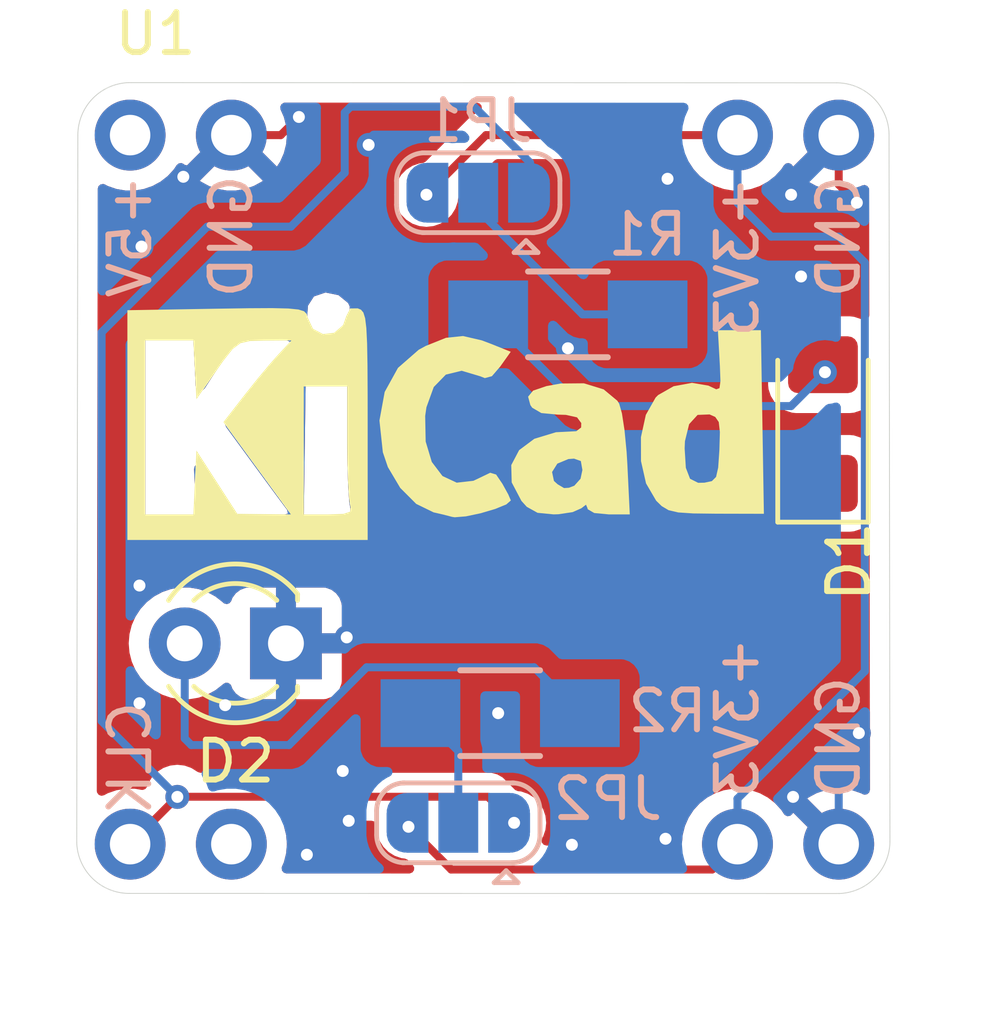
<source format=kicad_pcb>
(kicad_pcb (version 20240108) (generator "pcbnew") (generator_version "8.0")
  (layers (0 "F.Cu" signal) (31 "B.Cu" signal) (34 "B.Paste" user) (35 "F.Paste" user) (36 "B.SilkS" user "B.Silkscreen") (37 "F.SilkS" user "F.Silkscreen") (38 "B.Mask" user) (39 "F.Mask" user) (44 "Edge.Cuts" user))
  (net 0 "")
  (net 1 "GND")
  (net 2 "Net-(D1-A)")
  (net 3 "Net-(D2-A)")
  (net 4 "CLK")
  (net 5 "Net-(JP1-C)")
  (net 6 "+3.3V")
  (net 7 "Net-(JP2-C)")
  (net 8 "V_BATT")
  (footprint "minibadge_kicad:SAINTCON-Minibadge-minimal" (layer "F.Cu") (at 139.195 87.335)
    (property "Reference" "U1" (at 1.905 -1.27 0) (layer "F.SilkS"))
    (property "Value" "SAINTCON-Simple")
    (fp_line (start -0.041198 1.27) (end -0.069459 19.008881) (stroke (width 0.02297)) (layer "Edge.Cuts"))
    (fp_line (start 1.246882 20.284998) (end 19.059681 20.287859) (stroke (width 0.02297)) (layer "Edge.Cuts"))
    (fp_line (start 18.996918 -0.041198) (end 1.234919 -0.046341) (stroke (width 0.02297)) (layer "Edge.Cuts"))
    (fp_line (start 20.335798 18.971518) (end 20.313259 1.234919) (stroke (width 0.02297)) (layer "Edge.Cuts"))
    (fp_arc (start -0.041198 1.27) (mid 0.330199 0.353317) (end 1.234919 -0.046341) (stroke (width 0.02297)) (layer "Edge.Cuts"))
    (fp_arc (start 1.246882 20.284998) (mid 0.3302 19.9136) (end -0.069459 19.008881) (stroke (width 0.02297)) (layer "Edge.Cuts"))
    (fp_arc (start 18.996918 -0.041198) (mid 19.913597 0.330205) (end 20.313259 1.234919) (stroke (width 0.02297)) (layer "Edge.Cuts"))
    (fp_arc (start 20.335798 18.971518) (mid 19.964395 19.888197) (end 19.059681 20.287859) (stroke (width 0.02297)) (layer "Edge.Cuts"))
    (fp_text user "GND" (at 19.05 16.383 -90) (layer "B.SilkS") (effects (justify mirror)))
    (fp_text user "GND" (at 3.81 3.81 -90) (layer "B.SilkS") (effects (justify mirror)))
    (fp_text user "CLK" (at 1.27 16.891 -90) (layer "B.SilkS") (effects (justify mirror)))
    (fp_text user "+5V" (at 1.27 3.81 -90) (layer "B.SilkS") (effects (justify mirror)))
    (fp_text user "+3V3" (at 16.51 15.875 -90) (layer "B.SilkS") (effects (justify mirror)))
    (fp_text user "GND" (at 19.05 3.81 -90) (layer "B.SilkS") (effects (justify mirror)))
    (fp_text user "+3V3" (at 16.51 4.318 -90) (layer "B.SilkS") (effects (justify mirror)))
    (pad "1" thru_hole circle (at 1.27 1.27 90) (size 1.778 1.778) (drill 1.016) (layers "*.Cu" "*.Mask") (net 8 "V_BATT"))
    (pad "2" thru_hole circle (at 3.81 1.27 90) (size 1.778 1.778) (drill 1.016) (layers "*.Cu" "*.Mask") (net 1 "GND"))
    (pad "7" thru_hole circle (at 16.51 1.27 90) (size 1.778 1.778) (drill 1.016) (layers "*.Cu" "*.Mask") (net 6 "+3.3V"))
    (pad "8" thru_hole circle (at 19.05 1.27 90) (size 1.778 1.778) (drill 1.016) (layers "*.Cu" "*.Mask") (net 1 "GND"))
    (pad "9" thru_hole circle (at 1.27 19.05 90) (size 1.778 1.778) (drill 1.016) (layers "*.Cu" "*.Mask") (net 4 "CLK"))
    (pad "10" thru_hole circle (at 3.81 19.05 90) (size 1.778 1.778) (drill 1.016) (layers "*.Cu" "*.Mask"))
    (pad "15" thru_hole circle (at 16.51 19.05 90) (size 1.778 1.778) (drill 1.016) (layers "*.Cu" "*.Mask") (net 6 "+3.3V"))
    (pad "16" thru_hole circle (at 19.05 19.05 90) (size 1.778 1.778) (drill 1.016) (layers "*.Cu" "*.Mask") (net 1 "GND"))
  )
  (footprint "LED_THT:LED_D3.0mm" (layer "F.Cu") (at 144.375001 101.350001 180)
    (property "Reference" "D2" (at 1.269998 -2.959998 0) (layer "F.SilkS"))
    (property "Value" "LED" (hide yes))
    (fp_line (start -0.29 1.08) (end -0.289998 1.236) (stroke (width 0.12)) (layer "F.SilkS"))
    (fp_line (start -0.290002 -1.236) (end -0.29 -1.08) (stroke (width 0.12)) (layer "F.SilkS"))
    (fp_arc (start 2.942334 1.078606) (mid 1.366488 1.987657) (end -0.29 1.235516) (stroke (width 0.12)) (layer "F.SilkS"))
    (fp_arc (start 2.31113 1.079837) (mid 1.270118 1.499999) (end 0.229039 1.08) (stroke (width 0.12)) (layer "F.SilkS"))
    (fp_arc (start 0.229038 -1.08) (mid 1.270117 -1.500001) (end 2.31113 -1.079837) (stroke (width 0.12)) (layer "F.SilkS"))
    (fp_arc (start -0.29 -1.235516) (mid 1.366488 -1.98766) (end 2.942336 -1.078609) (stroke (width 0.12)) (layer "F.SilkS"))
    (pad "1" thru_hole rect (at 0 0 180) (size 1.8 1.8) (drill 0.9) (layers "*.Cu" "*.Mask") (net 1 "GND"))
    (pad "2" thru_hole circle (at 2.540003 0.000001 180) (size 1.8 1.8) (drill 0.9) (layers "*.Cu" "*.Mask") (net 3 "Net-(D2-A)"))
  )
  (footprint "LED_SMD:LED_1206_3216Metric_Pad1.42x1.75mm_HandSolder" (layer "F.Cu") (at 157.85 95.85 90)
    (property "Reference" "D1" (at -3.45 0.65 90) (layer "F.SilkS"))
    (property "Value" "LED" (hide yes))
    (fp_line (start 1.6 -1.135) (end -2.459999 -1.135) (stroke (width 0.12)) (layer "F.SilkS"))
    (fp_line (start -2.459999 -1.135) (end -2.46 1.135) (stroke (width 0.12)) (layer "F.SilkS"))
    (fp_line (start -2.46 1.135) (end 1.600001 1.134998) (stroke (width 0.12)) (layer "F.SilkS"))
    (pad "1" smd roundrect (at -1.4875 -0.000001 90) (size 1.425 1.75) (layers "F.Cu" "F.Paste" "F.Mask") (roundrect_rratio 0.175439) (net 1 "GND"))
    (pad "2" smd roundrect (at 1.4875 0.000001 90) (size 1.425 1.75) (layers "F.Cu" "F.Paste" "F.Mask") (roundrect_rratio 0.175439) (net 2 "Net-(D1-A)"))
  )
  (footprint "CustomSilkScreen:KiCad_Silk_mb" (layer "F.Cu") (at 148.35 95.55)
    (property "Reference" "G***" (hide yes))
    (property "Value" "LOGO" (hide yes))
    (fp_poly (pts (xy 0.937785 -1.798463) (xy 1.151029 -1.718257) (xy 1.665835 -1.512272) (xy 1.401538 -1.141101) (xy 1.19279 -0.899203) (xy 1.015526 -0.851877) (xy 0.897761 -0.898096) (xy 0.434109 -1.035945) (xy 0.037355 -0.939473) (xy -0.266191 -0.627697) (xy -0.450219 -0.119629) (xy -0.481288 0.098575) (xy -0.468957 0.738507) (xy -0.315721 1.249662) (xy -0.047471 1.603244) (xy 0.309897 1.770459) (xy 0.730492 1.722511) (xy 0.904817 1.639993) (xy 1.15 1.521528) (xy 1.298662 1.566143) (xy 1.457229 1.799993) (xy 1.602637 2.063114) (xy 1.667458 2.213956) (xy 1.667677 2.217109) (xy 1.555037 2.315561) (xy 1.273447 2.430406) (xy 0.907399 2.53813) (xy 0.541383 2.615217) (xy 0.259892 2.638151) (xy 0.192424 2.627701) (xy -0.022504 2.5719) (xy -0.271632 2.51456) (xy -0.70632 2.303055) (xy -1.107031 1.902598) (xy -1.417497 1.379832) (xy -1.543807 1.007868) (xy -1.628777 0.212077) (xy -1.497647 -0.504684) (xy -1.164282 -1.108059) (xy -0.642543 -1.563697) (xy -0.467792 -1.658574) (xy 0.039328 -1.861884) (xy 0.467881 -1.907039)) (fill solid) (layer "F.SilkS"))
    (fp_poly (pts (xy 7.402737 -2.052759) (xy 7.942343 -2.052525) (xy 7.98001 0.249163) (xy 8.017677 2.55085) (xy 6.815647 2.548232) (xy 6.24459 2.541924) (xy 5.868331 2.51708) (xy 5.625154 2.460318) (xy 5.453341 2.358257) (xy 5.31435 2.222698) (xy 5.060674 1.789167) (xy 4.933957 1.230019) (xy 4.933258 0.912007) (xy 6.029293 0.912007) (xy 6.059373 1.398174) (xy 6.164753 1.672433) (xy 6.368145 1.773993) (xy 6.526741 1.770829) (xy 6.71248 1.731372) (xy 6.817782 1.625922) (xy 6.870821 1.391982) (xy 6.899772 0.967058) (xy 6.901051 0.940552) (xy 6.913431 0.500476) (xy 6.884847 0.249768) (xy 6.796762 0.122213) (xy 6.65426 0.058922) (xy 6.354213 0.071107) (xy 6.141758 0.303501) (xy 6.036888 0.728812) (xy 6.029293 0.912007) (xy 4.933258 0.912007) (xy 4.932636 0.629091) (xy 5.055152 0.070219) (xy 5.299943 -0.362759) (xy 5.363684 -0.427094) (xy 5.752021 -0.647617) (xy 6.213874 -0.732922) (xy 6.627288 -0.662767) (xy 6.666979 -0.643409) (xy 6.822559 -0.571306) (xy 6.903327 -0.600128) (xy 6.927628 -0.777905) (xy 6.913809 -1.152667) (xy 6.907146 -1.272156) (xy 6.863131 -2.052992)) (fill solid) (layer "F.SilkS"))
    (fp_poly (pts (xy 3.99679 -0.569401) (xy 4.340336 -0.284125) (xy 4.387522 -0.208159) (xy 4.456198 0.033768) (xy 4.521272 0.460294) (xy 4.573076 0.999525) (xy 4.592195 1.313641) (xy 4.652484 2.565657) (xy 4.122201 2.565657) (xy 3.76018 2.531166) (xy 3.596791 2.436425) (xy 3.591919 2.411718) (xy 3.554055 2.322468) (xy 3.43798 2.411718) (xy 3.219908 2.508478) (xy 2.863704 2.561945) (xy 2.741735 2.565657) (xy 2.33803 2.526282) (xy 2.067811 2.376008) (xy 1.933553 2.22765) (xy 1.689617 1.763994) (xy 1.682834 1.503574) (xy 2.702651 1.503574) (xy 2.749534 1.726679) (xy 2.841671 1.810695) (xy 3.003254 1.905801) (xy 3.12546 1.897795) (xy 3.26072 1.846377) (xy 3.416915 1.671768) (xy 3.463636 1.453007) (xy 3.424357 1.228001) (xy 3.254144 1.167663) (xy 3.111955 1.178096) (xy 2.83537 1.292831) (xy 2.702651 1.503574) (xy 1.682834 1.503574) (xy 1.678301 1.32954) (xy 1.875662 0.954689) (xy 2.257756 0.669841) (xy 2.800641 0.505394) (xy 3.310165 0.479816) (xy 3.431963 0.386516) (xy 3.435202 0.27553) (xy 3.328767 0.132241) (xy 3.04992 0.070446) (xy 2.842888 0.064142) (xy 2.433186 0.024679) (xy 2.203816 -0.109143) (xy 2.157725 -0.17563) (xy 2.101048 -0.385781) (xy 2.226431 -0.537863) (xy 2.561715 -0.651631) (xy 2.920202 -0.716643) (xy 3.500942 -0.72136)) (fill solid) (layer "F.SilkS"))
    (fp_poly (pts (xy -3.91457 -2.597275) (xy -3.660657 -2.571806) (xy -3.519774 -2.527325) (xy -3.456054 -2.460593) (xy -3.436124 -2.386333) (xy -3.295451 -2.088642) (xy -3.043648 -1.956788) (xy -2.764021 -1.989216) (xy -2.539875 -2.184368) (xy -2.46234 -2.404536) (xy -2.362006 -2.598999) (xy -2.173703 -2.600968) (xy -2.092917 -2.567962) (xy -2.031732 -2.495494) (xy -1.987434 -2.351613) (xy -1.95731 -2.104367) (xy -1.938645 -1.721806) (xy -1.928725 -1.171977) (xy -1.924836 -0.422929) (xy -1.924243 0.335669) (xy -1.924243 3.207071) (xy -4.938889 3.207071) (xy -7.953535 3.207071) (xy -7.953535 0.384849) (xy -7.504546 0.384849) (xy -7.504546 2.565657) (xy -6.901323 2.565657) (xy -6.298101 2.565657) (xy -6.259909 1.763889) (xy -6.221717 0.962122) (xy -5.708586 1.756754) (xy -5.195455 2.551387) (xy -4.523721 2.558522) (xy -3.851986 2.565657) (xy -4.697893 1.408802) (xy -5.024511 0.962122) (xy -3.527778 0.962122) (xy -3.527778 2.565657) (xy -2.90471 2.565657) (xy -2.532291 2.551876) (xy -2.364847 2.497952) (xy -2.35167 2.385012) (xy -2.359508 2.362741) (xy -2.39138 2.156241) (xy -2.416943 1.755689) (xy -2.433162 1.22358) (xy -2.437374 0.759205) (xy -2.437374 -0.641414) (xy -2.982576 -0.641414) (xy -3.527778 -0.641414) (xy -3.527778 0.962122) (xy -5.024511 0.962122) (xy -5.543799 0.251947) (xy -5.022331 -0.419228) (xy -4.691055 -0.834059) (xy -4.367283 -1.220848) (xy -4.169483 -1.443181) (xy -3.838102 -1.795959) (xy -4.516778 -1.791092) (xy -4.877076 -1.780872) (xy -5.117474 -1.72576) (xy -5.312714 -1.579497) (xy -5.537535 -1.295826) (xy -5.708586 -1.053466) (xy -6.221717 -0.320707) (xy -6.26019 -1.058333) (xy -6.298662 -1.795959) (xy -6.901604 -1.795959) (xy -7.504546 -1.795959) (xy -7.504546 0.384849) (xy -7.953535 0.384849) (xy -7.953535 0.326427) (xy -7.953535 -2.554216) (xy -5.713144 -2.592007) (xy -4.904947 -2.604135) (xy -4.317377 -2.606971)) (fill solid) (layer "F.SilkS"))
  )
  (footprint "CustomSilkScreen:BW_herushan_Normal_tinyMask" (layer "F.Cu") (at 157.4 101.1)
    (property "Reference" "G***" (hide yes))
    (property "Value" "LOGO" (hide yes))
  )
  (footprint "CustomSilkScreen:KiCad_SolderMask_Negative" (layer "F.Cu") (at 148.35 95.6)
    (property "Reference" "G***" (hide yes))
    (property "Value" "LOGO" (hide yes))
    (zone (net 0) (net_name "") (layers "*.Cu" "*.Adhes" "*.Paste" "*.SilkS" "*.Mask") (connect_pads (clearance 0)) (min_thickness 0.25)
      (keepout (tracks not_allowed) (vias not_allowed) (pads not_allowed) (copperpour not_allowed) (footprints not_allowed))
      (fill (thermal_gap 0.5) (thermal_bridge_width 0.5))
      (polygon (pts (xy 145.692786 92.617901) (xy 145.934983 92.815847) (xy 145.975324 92.901514) (xy 145.98128 93.246773) (xy 145.812324 93.51682) (xy 145.538109 93.665445) (xy 145.228284 93.646442) (xy 145.040303 93.521819) (xy 144.901342 93.226887) (xy 144.928137 92.881478) (xy 145.077122 92.650878) (xy 145.367051 92.551811)))
    )
    (zone (net 0) (net_name "") (layers "*.Cu" "*.Adhes" "*.Paste" "*.SilkS" "*.Mask") (connect_pads (clearance 0)) (min_thickness 0.25)
      (keepout (tracks not_allowed) (vias not_allowed) (pads not_allowed) (copperpour not_allowed) (footprints not_allowed))
      (fill (thermal_gap 0.5) (thermal_bridge_width 0.5))
      (polygon (pts (xy 145.912626 96.287688) (xy 145.919157 96.893229) (xy 145.936877 97.416) (xy 145.962977 97.795568) (xy 145.990492 97.962741) (xy 145.995379 98.085751) (xy 145.853307 98.147028) (xy 145.513572 98.165445) (xy 145.44529 98.165678) (xy 144.822222 98.165698) (xy 144.845508 96.530072) (xy 144.868793 94.894445) (xy 145.39071 94.854998) (xy 145.912626 94.815551)))
    )
    (zone (net 0) (net_name "") (layers "*.Cu" "*.Adhes" "*.Paste" "*.SilkS" "*.Mask" "*.CrtYd" "Dwgs.User" "Cmts.User" "Eco1.User" "Eco2.User" "Edge.Cuts" "Margin") (connect_pads (clearance 0)) (min_thickness 0.25)
      (keepout (tracks not_allowed) (vias not_allowed) (pads not_allowed) (copperpour not_allowed) (footprints not_allowed))
      (fill (thermal_gap 0.5) (thermal_bridge_width 0.5))
      (polygon (pts (xy 141.448677 93.675688) (xy 142.051899 93.675758) (xy 142.090091 94.477526) (xy 142.128283 95.279293) (xy 142.641414 94.48466) (xy 143.154545 93.690028) (xy 143.82803 93.682893) (xy 144.27067 93.703031) (xy 144.472543 93.781322) (xy 144.444659 93.926568) (xy 144.304811 94.064158) (xy 144.133979 94.23905) (xy 143.859121 94.554874) (xy 143.533572 94.949923) (xy 143.463035 95.038081) (xy 142.817963 95.848755) (xy 143.549528 96.846852) (xy 143.879615 97.296058) (xy 144.161293 97.677299) (xy 144.354045 97.935832) (xy 144.407012 98.005303) (xy 144.422222 98.09567) (xy 144.265396 98.145864) (xy 143.900022 98.164762) (xy 143.747526 98.165657) (xy 143.275646 98.147116) (xy 143.025255 98.086775) (xy 142.962121 97.995813) (xy 142.89114 97.807007) (xy 142.707071 97.490817) (xy 142.505204 97.194046) (xy 142.048288 96.562122) (xy 142.088285 97.364123) (xy 142.128283 98.166124) (xy 141.486869 98.165792) (xy 140.845454 98.16546) (xy 140.845454 95.920539) (xy 140.845454 93.675618)))
    )
  )
  (footprint "Resistors_SMD:R_1206_HandSoldering" (layer "B.Cu") (at 151.45 93.1 180)
    (property "Reference" "R1" (at -2 2 0) (layer "B.SilkS") (effects (justify mirror)))
    (property "Value" "RESISTOR1206" (hide yes))
    (fp_line (start 1 1.075) (end -1 1.075) (stroke (width 0.15)) (layer "B.SilkS"))
    (fp_line (start -1 -1.075) (end 1 -1.075) (stroke (width 0.15)) (layer "B.SilkS"))
    (pad "1" smd rect (at -2 0 180) (size 2 1.7) (layers "B.Cu" "B.Paste" "B.Mask") (net 5 "Net-(JP1-C)"))
    (pad "2" smd rect (at 2 0 180) (size 2 1.7) (layers "B.Cu" "B.Paste" "B.Mask") (net 2 "Net-(D1-A)"))
  )
  (footprint "Resistors_SMD:R_1206_HandSoldering" (layer "B.Cu") (at 149.75 103.1)
    (property "Reference" "R2" (at 4.2 -0.05 0) (layer "B.SilkS") (effects (justify mirror)))
    (property "Value" "RESISTOR1206" (hide yes))
    (fp_line (start -1 -1.075) (end 1 -1.075) (stroke (width 0.15)) (layer "B.SilkS"))
    (fp_line (start 1 1.075) (end -1 1.075) (stroke (width 0.15)) (layer "B.SilkS"))
    (pad "1" smd rect (at -2 0) (size 2 1.7) (layers "B.Cu" "B.Paste" "B.Mask") (net 7 "Net-(JP2-C)"))
    (pad "2" smd rect (at 2 0) (size 2 1.7) (layers "B.Cu" "B.Paste" "B.Mask") (net 3 "Net-(D2-A)"))
  )
  (footprint "Jumper:SolderJumper-3_P1.3mm_Open_RoundedPad1.0x1.5mm" (layer "B.Cu") (at 149.2 90.05 180)
    (property "Reference" "JP1" (at 0 1.8 0) (layer "B.SilkS") (effects (justify mirror)))
    (property "Value" "SolderJumper_3_Open" (hide yes))
    (fp_line (start 2.05 -0.3) (end 2.05 0.3) (stroke (width 0.12)) (layer "B.SilkS"))
    (fp_line (start 1.4 1) (end -1.4 1) (stroke (width 0.12)) (layer "B.SilkS"))
    (fp_line (start -0.9 -1.5) (end -1.2 -1.2) (stroke (width 0.12)) (layer "B.SilkS"))
    (fp_line (start -0.9 -1.5) (end -1.5 -1.5) (stroke (width 0.12)) (layer "B.SilkS"))
    (fp_line (start -1.4 -1) (end 1.4 -1) (stroke (width 0.12)) (layer "B.SilkS"))
    (fp_line (start -1.5 -1.5) (end -1.2 -1.2) (stroke (width 0.12)) (layer "B.SilkS"))
    (fp_line (start -2.05 0.3) (end -2.05 -0.3) (stroke (width 0.12)) (layer "B.SilkS"))
    (fp_arc (start 2.05 0.3) (mid 1.844975 0.794975) (end 1.35 1) (stroke (width 0.12)) (layer "B.SilkS"))
    (fp_arc (start 1.35 -1) (mid 1.844975 -0.794975) (end 2.05 -0.3) (stroke (width 0.12)) (layer "B.SilkS"))
    (fp_arc (start -1.35 1) (mid -1.844975 0.794975) (end -2.05 0.3) (stroke (width 0.12)) (layer "B.SilkS"))
    (fp_arc (start -2.05 -0.3) (mid -1.844975 -0.794975) (end -1.35 -1) (stroke (width 0.12)) (layer "B.SilkS"))
    (pad "1" smd custom (at -1.3 0 180) (size 1 0.5) (layers "B.Cu" "B.Mask") (net 4 "CLK") (options (clearance outline) (anchor rect)) (primitives (gr_circle (center 0 -0.25) (end 0.5 -0.25) (width 0) (fill yes)) (gr_circle (center 0 0.25) (end 0.5 0.25) (width 0) (fill yes)) (gr_poly (pts (xy 0.55 -0.75) (xy 0 -0.75) (xy 0 0.75) (xy 0.55 0.75)) (width 0) (fill yes))))
    (pad "2" smd rect (at 0 0 180) (size 1 1.5) (layers "B.Cu" "B.Mask") (net 5 "Net-(JP1-C)"))
    (pad "3" smd custom (at 1.3 0 180) (size 1 0.5) (layers "B.Cu" "B.Mask") (net 6 "+3.3V") (options (clearance outline) (anchor rect)) (primitives (gr_circle (center 0 -0.25) (end 0.5 -0.25) (width 0) (fill yes)) (gr_circle (center 0 0.25) (end 0.5 0.25) (width 0) (fill yes)) (gr_poly (pts (xy 0 -0.75) (xy -0.55 -0.75) (xy -0.55 0.75) (xy 0 0.75)) (width 0) (fill yes))))
  )
  (footprint "Jumper:SolderJumper-3_P1.3mm_Open_RoundedPad1.0x1.5mm" (layer "B.Cu") (at 148.7 105.85 180)
    (property "Reference" "JP2" (at -3.75 0.6 0) (layer "B.SilkS") (effects (justify mirror)))
    (property "Value" "SolderJumper_3_Open" (hide yes))
    (fp_line (start 2.05 -0.3) (end 2.05 0.3) (stroke (width 0.12)) (layer "B.SilkS"))
    (fp_line (start 1.4 1) (end -1.4 1) (stroke (width 0.12)) (layer "B.SilkS"))
    (fp_line (start -0.9 -1.5) (end -1.2 -1.2) (stroke (width 0.12)) (layer "B.SilkS"))
    (fp_line (start -0.9 -1.5) (end -1.5 -1.5) (stroke (width 0.12)) (layer "B.SilkS"))
    (fp_line (start -1.4 -1) (end 1.4 -1) (stroke (width 0.12)) (layer "B.SilkS"))
    (fp_line (start -1.5 -1.5) (end -1.2 -1.2) (stroke (width 0.12)) (layer "B.SilkS"))
    (fp_line (start -2.05 0.3) (end -2.05 -0.3) (stroke (width 0.12)) (layer "B.SilkS"))
    (fp_arc (start 2.05 0.3) (mid 1.844975 0.794975) (end 1.35 1) (stroke (width 0.12)) (layer "B.SilkS"))
    (fp_arc (start 1.35 -1) (mid 1.844975 -0.794975) (end 2.05 -0.3) (stroke (width 0.12)) (layer "B.SilkS"))
    (fp_arc (start -1.35 1) (mid -1.844975 0.794975) (end -2.05 0.3) (stroke (width 0.12)) (layer "B.SilkS"))
    (fp_arc (start -2.05 -0.3) (mid -1.844975 -0.794975) (end -1.35 -1) (stroke (width 0.12)) (layer "B.SilkS"))
    (pad "1" smd custom (at -1.3 0 180) (size 1 0.5) (layers "B.Cu" "B.Mask") (net 4 "CLK") (options (clearance outline) (anchor rect)) (primitives (gr_circle (center 0 -0.25) (end 0.5 -0.25) (width 0) (fill yes)) (gr_circle (center 0 0.25) (end 0.5 0.25) (width 0) (fill yes)) (gr_poly (pts (xy 0.55 -0.75) (xy 0 -0.75) (xy 0 0.75) (xy 0.55 0.75)) (width 0) (fill yes))))
    (pad "2" smd rect (at 0 0 180) (size 1 1.5) (layers "B.Cu" "B.Mask") (net 7 "Net-(JP2-C)"))
    (pad "3" smd custom (at 1.3 0 180) (size 1 0.5) (layers "B.Cu" "B.Mask") (net 6 "+3.3V") (options (clearance outline) (anchor rect)) (primitives (gr_circle (center 0 -0.25) (end 0.5 -0.25) (width 0) (fill yes)) (gr_circle (center 0 0.25) (end 0.5 0.25) (width 0) (fill yes)) (gr_poly (pts (xy 0 -0.75) (xy -0.55 -0.75) (xy -0.55 0.75) (xy 0 0.75)) (width 0) (fill yes))))
  )
  (segment (start 143.005 88.605) (end 144.245 88.605) (width 0.2) (layer "F.Cu") (net 1))
  (segment (start 158.245 88.605) (end 158.245 89.845) (width 0.2) (layer "F.Cu") (net 1))
  (segment (start 158.245 89.845) (end 158.7 90.3) (width 0.2) (layer "F.Cu") (net 1))
  (segment (start 144.245 88.605) (end 144.7 88.15) (width 0.2) (layer "F.Cu") (net 1))
  (via (at 151.55 106.4) (size 0.6) (drill 0.3) (layers "F.Cu" "B.Cu") (net 1))
  (via (at 144.9 106.65) (size 0.6) (drill 0.3) (layers "F.Cu" "B.Cu") (net 1))
  (via (at 146.45 88.85) (size 0.6) (drill 0.3) (layers "F.Cu" "B.Cu") (net 1))
  (via (at 145.9 101.2) (size 0.6) (drill 0.3) (layers "F.Cu" "B.Cu") (net 1))
  (via (at 144.7 88.15) (size 0.6) (drill 0.3) (layers "F.Cu" "B.Cu") (net 1))
  (via (at 140.75 91.4) (size 0.6) (drill 0.3) (layers "F.Cu" "B.Cu") (net 1))
  (via (at 140.7 102.85) (size 0.6) (drill 0.3) (layers "F.Cu" "B.Cu") (net 1))
  (via (at 157.3 92.15) (size 0.6) (drill 0.3) (layers "F.Cu" "B.Cu") (net 1))
  (via (at 157.1 105.2) (size 0.6) (drill 0.3) (layers "F.Cu" "B.Cu") (net 1))
  (via (at 149.7 103.1) (size 0.6) (drill 0.3) (layers "F.Cu" "B.Cu") (net 1))
  (via (at 142.85 102.9) (size 0.6) (drill 0.3) (layers "F.Cu" "B.Cu") (net 1))
  (via (at 153.95 89.7) (size 0.6) (drill 0.3) (layers "F.Cu" "B.Cu") (net 1))
  (via (at 140.7 99.9) (size 0.6) (drill 0.3) (layers "F.Cu" "B.Cu") (net 1))
  (via (at 141.8 89.65) (size 0.6) (drill 0.3) (layers "F.Cu" "B.Cu") (net 1))
  (via (at 153.9 106.25) (size 0.6) (drill 0.3) (layers "F.Cu" "B.Cu") (net 1))
  (via (at 145.8 104.55) (size 0.6) (drill 0.3) (layers "F.Cu" "B.Cu") (net 1))
  (via (at 145.95 105.8) (size 0.6) (drill 0.3) (layers "F.Cu" "B.Cu") (net 1))
  (via (at 158.75 103.6) (size 0.6) (drill 0.3) (layers "F.Cu" "B.Cu") (net 1))
  (via (at 158.7 90.3) (size 0.6) (drill 0.3) (layers "F.Cu" "B.Cu") (net 1))
  (via (at 157.05 90.1) (size 0.6) (drill 0.3) (layers "F.Cu" "B.Cu") (net 1))
  (via (at 151.45 93.95) (size 0.6) (drill 0.3) (layers "F.Cu" "B.Cu") (net 1))
  (segment (start 158.75 103.6) (end 158.245 104.105) (width 0.2) (layer "B.Cu") (net 1))
  (segment (start 158.245 88.605) (end 158.245 88.905) (width 0.2) (layer "B.Cu") (net 1))
  (segment (start 144.001561 101.951561) (end 145.151561 101.951561) (width 0.2) (layer "B.Cu") (net 1))
  (segment (start 145.9 101.203122) (end 145.9 101.2) (width 0.2) (layer "B.Cu") (net 1))
  (segment (start 158.245 104.105) (end 158.245 106.385) (width 0.2) (layer "B.Cu") (net 1))
  (segment (start 158.245 88.905) (end 157.05 90.1) (width 0.2) (layer "B.Cu") (net 1))
  (segment (start 143.005 88.605) (end 142.845 88.605) (width 0.2) (layer "B.Cu") (net 1))
  (segment (start 144.525002 101.2) (end 144.375001 101.350001) (width 0.2) (layer "B.Cu") (net 1))
  (segment (start 142.845 88.605) (end 141.8 89.65) (width 0.2) (layer "B.Cu") (net 1))
  (segment (start 145.9 101.2) (end 144.525002 101.2) (width 0.2) (layer "B.Cu") (net 1))
  (via (at 157.9 94.55) (size 0.6) (drill 0.3) (layers "F.Cu" "B.Cu") (net 2))
  (segment (start 151.75 95.4) (end 157.05 95.4) (width 0.2) (layer "B.Cu") (net 2))
  (segment (start 157.05 95.4) (end 157.9 94.55) (width 0.2) (layer "B.Cu") (net 2))
  (segment (start 151.75 95.4) (end 149.45 93.1) (width 0.2) (layer "B.Cu") (net 2))
  (segment (start 144.45 103.9) (end 142 103.9) (width 0.2) (layer "B.Cu") (net 3))
  (segment (start 142 103.9) (end 141.834998 103.734998) (width 0.2) (layer "B.Cu") (net 3))
  (segment (start 146.4 101.95) (end 144.45 103.9) (width 0.2) (layer "B.Cu") (net 3))
  (segment (start 150.6 101.95) (end 146.4 101.95) (width 0.2) (layer "B.Cu") (net 3))
  (segment (start 151.75 103.1) (end 150.6 101.95) (width 0.2) (layer "B.Cu") (net 3))
  (segment (start 141.834998 103.734998) (end 141.834998 101.35) (width 0.2) (layer "B.Cu") (net 3))
  (segment (start 141.654 105.196) (end 141.65 105.2) (width 0.2) (layer "F.Cu") (net 4))
  (segment (start 149.446 105.196) (end 141.654 105.196) (width 0.2) (layer "F.Cu") (net 4))
  (segment (start 141.65 105.2) (end 140.465 106.385) (width 0.2) (layer "F.Cu") (net 4))
  (segment (start 150.1 105.85) (end 149.446 105.196) (width 0.2) (layer "F.Cu") (net 4))
  (via (at 141.65 105.2) (size 0.6) (drill 0.3) (layers "F.Cu" "B.Cu") (net 4))
  (via (at 150.1 105.85) (size 0.6) (drill 0.3) (layers "F.Cu" "B.Cu") (net 4))
  (segment (start 150.5 90.05) (end 150.5 89.295) (width 0.2) (layer "B.Cu") (net 4))
  (segment (start 145.998569 87.891632) (end 145.85 88.040201) (width 0.2) (layer "B.Cu") (net 4))
  (segment (start 144.5 90.9) (end 142.4 90.9) (width 0.2) (layer "B.Cu") (net 4))
  (segment (start 139.75 103.3) (end 141.65 105.2) (width 0.2) (layer "B.Cu") (net 4))
  (segment (start 149.096632 87.891632) (end 145.998569 87.891632) (width 0.2) (layer "B.Cu") (net 4))
  (segment (start 145.85 89.55) (end 144.5 90.9) (width 0.2) (layer "B.Cu") (net 4))
  (segment (start 145.85 88.040201) (end 145.85 89.55) (width 0.2) (layer "B.Cu") (net 4))
  (segment (start 142.4 90.9) (end 139.75 93.55) (width 0.2) (layer "B.Cu") (net 4))
  (segment (start 150.5 89.295) (end 149.096632 87.891632) (width 0.2) (layer "B.Cu") (net 4))
  (segment (start 139.75 93.55) (end 139.75 103.3) (width 0.2) (layer "B.Cu") (net 4))
  (segment (start 149.2 90.481336) (end 149.2 90.05) (width 0.2) (layer "B.Cu") (net 5))
  (segment (start 151.818664 93.1) (end 149.2 90.481336) (width 0.2) (layer "B.Cu") (net 5))
  (segment (start 153.45 93.1) (end 151.818664 93.1) (width 0.2) (layer "B.Cu") (net 5))
  (segment (start 149.395 88.605) (end 155.705 88.605) (width 0.2) (layer "F.Cu") (net 6))
  (segment (start 155.068704 107.021296) (end 155.705 106.385) (width 0.2) (layer "F.Cu") (net 6))
  (segment (start 147.9 90.1) (end 149.395 88.605) (width 0.2) (layer "F.Cu") (net 6))
  (segment (start 148.521296 107.021296) (end 155.068704 107.021296) (width 0.2) (layer "F.Cu") (net 6))
  (segment (start 147.45 105.95) (end 148.521296 107.021296) (width 0.2) (layer "F.Cu") (net 6))
  (via (at 147.9 90.1) (size 0.6) (drill 0.3) (layers "F.Cu" "B.Cu") (net 6))
  (via (at 147.45 105.95) (size 0.6) (drill 0.3) (layers "F.Cu" "B.Cu") (net 6))
  (segment (start 155.705 90.305) (end 155.705 88.605) (width 0.2) (layer "B.Cu") (net 6))
  (segment (start 158.9 91.8) (end 158.9 102.05) (width 0.2) (layer "B.Cu") (net 6))
  (segment (start 156.55 91.15) (end 155.705 90.305) (width 0.2) (layer "B.Cu") (net 6))
  (segment (start 158.25 91.15) (end 156.55 91.15) (width 0.2) (layer "B.Cu") (net 6))
  (segment (start 158.9 91.8) (end 158.25 91.15) (width 0.2) (layer "B.Cu") (net 6))
  (segment (start 158.9 102.05) (end 155.705 105.245) (width 0.2) (layer "B.Cu") (net 6))
  (segment (start 155.705 105.245) (end 155.705 106.385) (width 0.2) (layer "B.Cu") (net 6))
  (segment (start 148.7 104.05) (end 148.7 105.85) (width 0.2) (layer "B.Cu") (net 7))
  (segment (start 147.75 103.1) (end 148.7 104.05) (width 0.2) (layer "B.Cu") (net 7))
  (zone (net 1) (net_name "GND") (layers "F&B.Cu") (connect_pads (clearance 0.5)) (min_thickness 0.25) (fill yes (thermal_gap 0.5) (thermal_bridge_width 0.5))
    (polygon (pts (xy 137.2 85.9) (xy 138 110.9) (xy 162.05 110.55) (xy 161.2 85.75)))
  )
)
</source>
